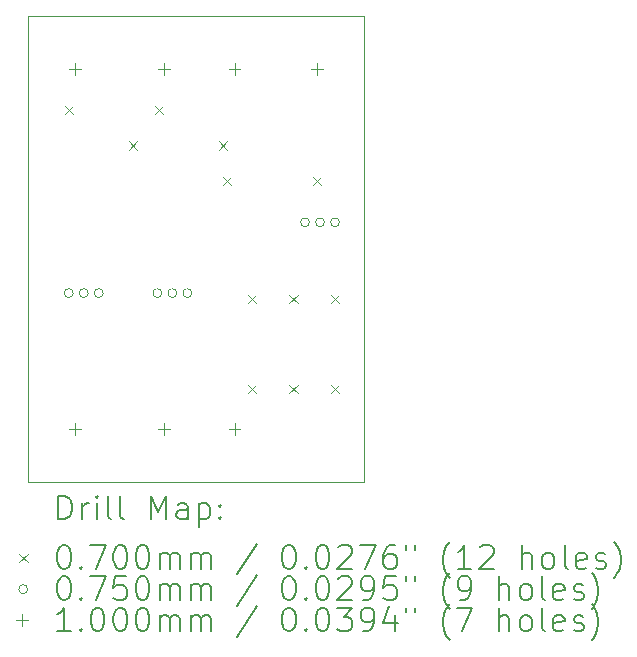
<source format=gbr>
%TF.GenerationSoftware,KiCad,Pcbnew,8.0.6*%
%TF.CreationDate,2024-11-17T15:46:40-03:00*%
%TF.ProjectId,canon+GH4,63616e6f-6e2b-4474-9834-2e6b69636164,rev?*%
%TF.SameCoordinates,Original*%
%TF.FileFunction,Drillmap*%
%TF.FilePolarity,Positive*%
%FSLAX45Y45*%
G04 Gerber Fmt 4.5, Leading zero omitted, Abs format (unit mm)*
G04 Created by KiCad (PCBNEW 8.0.6) date 2024-11-17 15:46:40*
%MOMM*%
%LPD*%
G01*
G04 APERTURE LIST*
%ADD10C,0.050000*%
%ADD11C,0.200000*%
%ADD12C,0.100000*%
G04 APERTURE END LIST*
D10*
X13200000Y-10300000D02*
X10350000Y-10300000D01*
X13200000Y-6350000D02*
X10350000Y-6350000D01*
X10350000Y-6350000D02*
X10350000Y-10300000D01*
X13200000Y-6350000D02*
X13200000Y-10300000D01*
D11*
D12*
X10665000Y-7115000D02*
X10735000Y-7185000D01*
X10735000Y-7115000D02*
X10665000Y-7185000D01*
X11203000Y-7415000D02*
X11273000Y-7485000D01*
X11273000Y-7415000D02*
X11203000Y-7485000D01*
X11427000Y-7115000D02*
X11497000Y-7185000D01*
X11497000Y-7115000D02*
X11427000Y-7185000D01*
X11965000Y-7415000D02*
X12035000Y-7485000D01*
X12035000Y-7415000D02*
X11965000Y-7485000D01*
X12003000Y-7715000D02*
X12073000Y-7785000D01*
X12073000Y-7715000D02*
X12003000Y-7785000D01*
X12215000Y-8715000D02*
X12285000Y-8785000D01*
X12285000Y-8715000D02*
X12215000Y-8785000D01*
X12215000Y-9477000D02*
X12285000Y-9547000D01*
X12285000Y-9477000D02*
X12215000Y-9547000D01*
X12565000Y-8715000D02*
X12635000Y-8785000D01*
X12635000Y-8715000D02*
X12565000Y-8785000D01*
X12565000Y-9477000D02*
X12635000Y-9547000D01*
X12635000Y-9477000D02*
X12565000Y-9547000D01*
X12765000Y-7715000D02*
X12835000Y-7785000D01*
X12835000Y-7715000D02*
X12765000Y-7785000D01*
X12915000Y-8715000D02*
X12985000Y-8785000D01*
X12985000Y-8715000D02*
X12915000Y-8785000D01*
X12915000Y-9477000D02*
X12985000Y-9547000D01*
X12985000Y-9477000D02*
X12915000Y-9547000D01*
X10733500Y-8700000D02*
G75*
G02*
X10658500Y-8700000I-37500J0D01*
G01*
X10658500Y-8700000D02*
G75*
G02*
X10733500Y-8700000I37500J0D01*
G01*
X10860500Y-8700000D02*
G75*
G02*
X10785500Y-8700000I-37500J0D01*
G01*
X10785500Y-8700000D02*
G75*
G02*
X10860500Y-8700000I37500J0D01*
G01*
X10987500Y-8700000D02*
G75*
G02*
X10912500Y-8700000I-37500J0D01*
G01*
X10912500Y-8700000D02*
G75*
G02*
X10987500Y-8700000I37500J0D01*
G01*
X11483500Y-8700000D02*
G75*
G02*
X11408500Y-8700000I-37500J0D01*
G01*
X11408500Y-8700000D02*
G75*
G02*
X11483500Y-8700000I37500J0D01*
G01*
X11610500Y-8700000D02*
G75*
G02*
X11535500Y-8700000I-37500J0D01*
G01*
X11535500Y-8700000D02*
G75*
G02*
X11610500Y-8700000I37500J0D01*
G01*
X11737500Y-8700000D02*
G75*
G02*
X11662500Y-8700000I-37500J0D01*
G01*
X11662500Y-8700000D02*
G75*
G02*
X11737500Y-8700000I37500J0D01*
G01*
X12733500Y-8100000D02*
G75*
G02*
X12658500Y-8100000I-37500J0D01*
G01*
X12658500Y-8100000D02*
G75*
G02*
X12733500Y-8100000I37500J0D01*
G01*
X12860500Y-8100000D02*
G75*
G02*
X12785500Y-8100000I-37500J0D01*
G01*
X12785500Y-8100000D02*
G75*
G02*
X12860500Y-8100000I37500J0D01*
G01*
X12987500Y-8100000D02*
G75*
G02*
X12912500Y-8100000I-37500J0D01*
G01*
X12912500Y-8100000D02*
G75*
G02*
X12987500Y-8100000I37500J0D01*
G01*
X10750000Y-6750000D02*
X10750000Y-6850000D01*
X10700000Y-6800000D02*
X10800000Y-6800000D01*
X10750000Y-9800000D02*
X10750000Y-9900000D01*
X10700000Y-9850000D02*
X10800000Y-9850000D01*
X11500000Y-6750000D02*
X11500000Y-6850000D01*
X11450000Y-6800000D02*
X11550000Y-6800000D01*
X11500000Y-9800000D02*
X11500000Y-9900000D01*
X11450000Y-9850000D02*
X11550000Y-9850000D01*
X12100000Y-6750000D02*
X12100000Y-6850000D01*
X12050000Y-6800000D02*
X12150000Y-6800000D01*
X12100000Y-9800000D02*
X12100000Y-9900000D01*
X12050000Y-9850000D02*
X12150000Y-9850000D01*
X12800000Y-6750000D02*
X12800000Y-6850000D01*
X12750000Y-6800000D02*
X12850000Y-6800000D01*
D11*
X10608277Y-10613984D02*
X10608277Y-10413984D01*
X10608277Y-10413984D02*
X10655896Y-10413984D01*
X10655896Y-10413984D02*
X10684467Y-10423508D01*
X10684467Y-10423508D02*
X10703515Y-10442555D01*
X10703515Y-10442555D02*
X10713039Y-10461603D01*
X10713039Y-10461603D02*
X10722563Y-10499698D01*
X10722563Y-10499698D02*
X10722563Y-10528270D01*
X10722563Y-10528270D02*
X10713039Y-10566365D01*
X10713039Y-10566365D02*
X10703515Y-10585412D01*
X10703515Y-10585412D02*
X10684467Y-10604460D01*
X10684467Y-10604460D02*
X10655896Y-10613984D01*
X10655896Y-10613984D02*
X10608277Y-10613984D01*
X10808277Y-10613984D02*
X10808277Y-10480650D01*
X10808277Y-10518746D02*
X10817801Y-10499698D01*
X10817801Y-10499698D02*
X10827324Y-10490174D01*
X10827324Y-10490174D02*
X10846372Y-10480650D01*
X10846372Y-10480650D02*
X10865420Y-10480650D01*
X10932086Y-10613984D02*
X10932086Y-10480650D01*
X10932086Y-10413984D02*
X10922563Y-10423508D01*
X10922563Y-10423508D02*
X10932086Y-10433031D01*
X10932086Y-10433031D02*
X10941610Y-10423508D01*
X10941610Y-10423508D02*
X10932086Y-10413984D01*
X10932086Y-10413984D02*
X10932086Y-10433031D01*
X11055896Y-10613984D02*
X11036848Y-10604460D01*
X11036848Y-10604460D02*
X11027324Y-10585412D01*
X11027324Y-10585412D02*
X11027324Y-10413984D01*
X11160658Y-10613984D02*
X11141610Y-10604460D01*
X11141610Y-10604460D02*
X11132086Y-10585412D01*
X11132086Y-10585412D02*
X11132086Y-10413984D01*
X11389229Y-10613984D02*
X11389229Y-10413984D01*
X11389229Y-10413984D02*
X11455896Y-10556841D01*
X11455896Y-10556841D02*
X11522562Y-10413984D01*
X11522562Y-10413984D02*
X11522562Y-10613984D01*
X11703515Y-10613984D02*
X11703515Y-10509222D01*
X11703515Y-10509222D02*
X11693991Y-10490174D01*
X11693991Y-10490174D02*
X11674943Y-10480650D01*
X11674943Y-10480650D02*
X11636848Y-10480650D01*
X11636848Y-10480650D02*
X11617801Y-10490174D01*
X11703515Y-10604460D02*
X11684467Y-10613984D01*
X11684467Y-10613984D02*
X11636848Y-10613984D01*
X11636848Y-10613984D02*
X11617801Y-10604460D01*
X11617801Y-10604460D02*
X11608277Y-10585412D01*
X11608277Y-10585412D02*
X11608277Y-10566365D01*
X11608277Y-10566365D02*
X11617801Y-10547317D01*
X11617801Y-10547317D02*
X11636848Y-10537793D01*
X11636848Y-10537793D02*
X11684467Y-10537793D01*
X11684467Y-10537793D02*
X11703515Y-10528270D01*
X11798753Y-10480650D02*
X11798753Y-10680650D01*
X11798753Y-10490174D02*
X11817801Y-10480650D01*
X11817801Y-10480650D02*
X11855896Y-10480650D01*
X11855896Y-10480650D02*
X11874943Y-10490174D01*
X11874943Y-10490174D02*
X11884467Y-10499698D01*
X11884467Y-10499698D02*
X11893991Y-10518746D01*
X11893991Y-10518746D02*
X11893991Y-10575889D01*
X11893991Y-10575889D02*
X11884467Y-10594936D01*
X11884467Y-10594936D02*
X11874943Y-10604460D01*
X11874943Y-10604460D02*
X11855896Y-10613984D01*
X11855896Y-10613984D02*
X11817801Y-10613984D01*
X11817801Y-10613984D02*
X11798753Y-10604460D01*
X11979705Y-10594936D02*
X11989229Y-10604460D01*
X11989229Y-10604460D02*
X11979705Y-10613984D01*
X11979705Y-10613984D02*
X11970182Y-10604460D01*
X11970182Y-10604460D02*
X11979705Y-10594936D01*
X11979705Y-10594936D02*
X11979705Y-10613984D01*
X11979705Y-10490174D02*
X11989229Y-10499698D01*
X11989229Y-10499698D02*
X11979705Y-10509222D01*
X11979705Y-10509222D02*
X11970182Y-10499698D01*
X11970182Y-10499698D02*
X11979705Y-10490174D01*
X11979705Y-10490174D02*
X11979705Y-10509222D01*
D12*
X10277500Y-10907500D02*
X10347500Y-10977500D01*
X10347500Y-10907500D02*
X10277500Y-10977500D01*
D11*
X10646372Y-10833984D02*
X10665420Y-10833984D01*
X10665420Y-10833984D02*
X10684467Y-10843508D01*
X10684467Y-10843508D02*
X10693991Y-10853031D01*
X10693991Y-10853031D02*
X10703515Y-10872079D01*
X10703515Y-10872079D02*
X10713039Y-10910174D01*
X10713039Y-10910174D02*
X10713039Y-10957793D01*
X10713039Y-10957793D02*
X10703515Y-10995889D01*
X10703515Y-10995889D02*
X10693991Y-11014936D01*
X10693991Y-11014936D02*
X10684467Y-11024460D01*
X10684467Y-11024460D02*
X10665420Y-11033984D01*
X10665420Y-11033984D02*
X10646372Y-11033984D01*
X10646372Y-11033984D02*
X10627324Y-11024460D01*
X10627324Y-11024460D02*
X10617801Y-11014936D01*
X10617801Y-11014936D02*
X10608277Y-10995889D01*
X10608277Y-10995889D02*
X10598753Y-10957793D01*
X10598753Y-10957793D02*
X10598753Y-10910174D01*
X10598753Y-10910174D02*
X10608277Y-10872079D01*
X10608277Y-10872079D02*
X10617801Y-10853031D01*
X10617801Y-10853031D02*
X10627324Y-10843508D01*
X10627324Y-10843508D02*
X10646372Y-10833984D01*
X10798753Y-11014936D02*
X10808277Y-11024460D01*
X10808277Y-11024460D02*
X10798753Y-11033984D01*
X10798753Y-11033984D02*
X10789229Y-11024460D01*
X10789229Y-11024460D02*
X10798753Y-11014936D01*
X10798753Y-11014936D02*
X10798753Y-11033984D01*
X10874944Y-10833984D02*
X11008277Y-10833984D01*
X11008277Y-10833984D02*
X10922563Y-11033984D01*
X11122563Y-10833984D02*
X11141610Y-10833984D01*
X11141610Y-10833984D02*
X11160658Y-10843508D01*
X11160658Y-10843508D02*
X11170182Y-10853031D01*
X11170182Y-10853031D02*
X11179705Y-10872079D01*
X11179705Y-10872079D02*
X11189229Y-10910174D01*
X11189229Y-10910174D02*
X11189229Y-10957793D01*
X11189229Y-10957793D02*
X11179705Y-10995889D01*
X11179705Y-10995889D02*
X11170182Y-11014936D01*
X11170182Y-11014936D02*
X11160658Y-11024460D01*
X11160658Y-11024460D02*
X11141610Y-11033984D01*
X11141610Y-11033984D02*
X11122563Y-11033984D01*
X11122563Y-11033984D02*
X11103515Y-11024460D01*
X11103515Y-11024460D02*
X11093991Y-11014936D01*
X11093991Y-11014936D02*
X11084467Y-10995889D01*
X11084467Y-10995889D02*
X11074944Y-10957793D01*
X11074944Y-10957793D02*
X11074944Y-10910174D01*
X11074944Y-10910174D02*
X11084467Y-10872079D01*
X11084467Y-10872079D02*
X11093991Y-10853031D01*
X11093991Y-10853031D02*
X11103515Y-10843508D01*
X11103515Y-10843508D02*
X11122563Y-10833984D01*
X11313039Y-10833984D02*
X11332086Y-10833984D01*
X11332086Y-10833984D02*
X11351134Y-10843508D01*
X11351134Y-10843508D02*
X11360658Y-10853031D01*
X11360658Y-10853031D02*
X11370182Y-10872079D01*
X11370182Y-10872079D02*
X11379705Y-10910174D01*
X11379705Y-10910174D02*
X11379705Y-10957793D01*
X11379705Y-10957793D02*
X11370182Y-10995889D01*
X11370182Y-10995889D02*
X11360658Y-11014936D01*
X11360658Y-11014936D02*
X11351134Y-11024460D01*
X11351134Y-11024460D02*
X11332086Y-11033984D01*
X11332086Y-11033984D02*
X11313039Y-11033984D01*
X11313039Y-11033984D02*
X11293991Y-11024460D01*
X11293991Y-11024460D02*
X11284467Y-11014936D01*
X11284467Y-11014936D02*
X11274943Y-10995889D01*
X11274943Y-10995889D02*
X11265420Y-10957793D01*
X11265420Y-10957793D02*
X11265420Y-10910174D01*
X11265420Y-10910174D02*
X11274943Y-10872079D01*
X11274943Y-10872079D02*
X11284467Y-10853031D01*
X11284467Y-10853031D02*
X11293991Y-10843508D01*
X11293991Y-10843508D02*
X11313039Y-10833984D01*
X11465420Y-11033984D02*
X11465420Y-10900650D01*
X11465420Y-10919698D02*
X11474943Y-10910174D01*
X11474943Y-10910174D02*
X11493991Y-10900650D01*
X11493991Y-10900650D02*
X11522563Y-10900650D01*
X11522563Y-10900650D02*
X11541610Y-10910174D01*
X11541610Y-10910174D02*
X11551134Y-10929222D01*
X11551134Y-10929222D02*
X11551134Y-11033984D01*
X11551134Y-10929222D02*
X11560658Y-10910174D01*
X11560658Y-10910174D02*
X11579705Y-10900650D01*
X11579705Y-10900650D02*
X11608277Y-10900650D01*
X11608277Y-10900650D02*
X11627324Y-10910174D01*
X11627324Y-10910174D02*
X11636848Y-10929222D01*
X11636848Y-10929222D02*
X11636848Y-11033984D01*
X11732086Y-11033984D02*
X11732086Y-10900650D01*
X11732086Y-10919698D02*
X11741610Y-10910174D01*
X11741610Y-10910174D02*
X11760658Y-10900650D01*
X11760658Y-10900650D02*
X11789229Y-10900650D01*
X11789229Y-10900650D02*
X11808277Y-10910174D01*
X11808277Y-10910174D02*
X11817801Y-10929222D01*
X11817801Y-10929222D02*
X11817801Y-11033984D01*
X11817801Y-10929222D02*
X11827324Y-10910174D01*
X11827324Y-10910174D02*
X11846372Y-10900650D01*
X11846372Y-10900650D02*
X11874943Y-10900650D01*
X11874943Y-10900650D02*
X11893991Y-10910174D01*
X11893991Y-10910174D02*
X11903515Y-10929222D01*
X11903515Y-10929222D02*
X11903515Y-11033984D01*
X12293991Y-10824460D02*
X12122563Y-11081603D01*
X12551134Y-10833984D02*
X12570182Y-10833984D01*
X12570182Y-10833984D02*
X12589229Y-10843508D01*
X12589229Y-10843508D02*
X12598753Y-10853031D01*
X12598753Y-10853031D02*
X12608277Y-10872079D01*
X12608277Y-10872079D02*
X12617801Y-10910174D01*
X12617801Y-10910174D02*
X12617801Y-10957793D01*
X12617801Y-10957793D02*
X12608277Y-10995889D01*
X12608277Y-10995889D02*
X12598753Y-11014936D01*
X12598753Y-11014936D02*
X12589229Y-11024460D01*
X12589229Y-11024460D02*
X12570182Y-11033984D01*
X12570182Y-11033984D02*
X12551134Y-11033984D01*
X12551134Y-11033984D02*
X12532086Y-11024460D01*
X12532086Y-11024460D02*
X12522563Y-11014936D01*
X12522563Y-11014936D02*
X12513039Y-10995889D01*
X12513039Y-10995889D02*
X12503515Y-10957793D01*
X12503515Y-10957793D02*
X12503515Y-10910174D01*
X12503515Y-10910174D02*
X12513039Y-10872079D01*
X12513039Y-10872079D02*
X12522563Y-10853031D01*
X12522563Y-10853031D02*
X12532086Y-10843508D01*
X12532086Y-10843508D02*
X12551134Y-10833984D01*
X12703515Y-11014936D02*
X12713039Y-11024460D01*
X12713039Y-11024460D02*
X12703515Y-11033984D01*
X12703515Y-11033984D02*
X12693991Y-11024460D01*
X12693991Y-11024460D02*
X12703515Y-11014936D01*
X12703515Y-11014936D02*
X12703515Y-11033984D01*
X12836848Y-10833984D02*
X12855896Y-10833984D01*
X12855896Y-10833984D02*
X12874944Y-10843508D01*
X12874944Y-10843508D02*
X12884467Y-10853031D01*
X12884467Y-10853031D02*
X12893991Y-10872079D01*
X12893991Y-10872079D02*
X12903515Y-10910174D01*
X12903515Y-10910174D02*
X12903515Y-10957793D01*
X12903515Y-10957793D02*
X12893991Y-10995889D01*
X12893991Y-10995889D02*
X12884467Y-11014936D01*
X12884467Y-11014936D02*
X12874944Y-11024460D01*
X12874944Y-11024460D02*
X12855896Y-11033984D01*
X12855896Y-11033984D02*
X12836848Y-11033984D01*
X12836848Y-11033984D02*
X12817801Y-11024460D01*
X12817801Y-11024460D02*
X12808277Y-11014936D01*
X12808277Y-11014936D02*
X12798753Y-10995889D01*
X12798753Y-10995889D02*
X12789229Y-10957793D01*
X12789229Y-10957793D02*
X12789229Y-10910174D01*
X12789229Y-10910174D02*
X12798753Y-10872079D01*
X12798753Y-10872079D02*
X12808277Y-10853031D01*
X12808277Y-10853031D02*
X12817801Y-10843508D01*
X12817801Y-10843508D02*
X12836848Y-10833984D01*
X12979706Y-10853031D02*
X12989229Y-10843508D01*
X12989229Y-10843508D02*
X13008277Y-10833984D01*
X13008277Y-10833984D02*
X13055896Y-10833984D01*
X13055896Y-10833984D02*
X13074944Y-10843508D01*
X13074944Y-10843508D02*
X13084467Y-10853031D01*
X13084467Y-10853031D02*
X13093991Y-10872079D01*
X13093991Y-10872079D02*
X13093991Y-10891127D01*
X13093991Y-10891127D02*
X13084467Y-10919698D01*
X13084467Y-10919698D02*
X12970182Y-11033984D01*
X12970182Y-11033984D02*
X13093991Y-11033984D01*
X13160658Y-10833984D02*
X13293991Y-10833984D01*
X13293991Y-10833984D02*
X13208277Y-11033984D01*
X13455896Y-10833984D02*
X13417801Y-10833984D01*
X13417801Y-10833984D02*
X13398753Y-10843508D01*
X13398753Y-10843508D02*
X13389229Y-10853031D01*
X13389229Y-10853031D02*
X13370182Y-10881603D01*
X13370182Y-10881603D02*
X13360658Y-10919698D01*
X13360658Y-10919698D02*
X13360658Y-10995889D01*
X13360658Y-10995889D02*
X13370182Y-11014936D01*
X13370182Y-11014936D02*
X13379706Y-11024460D01*
X13379706Y-11024460D02*
X13398753Y-11033984D01*
X13398753Y-11033984D02*
X13436848Y-11033984D01*
X13436848Y-11033984D02*
X13455896Y-11024460D01*
X13455896Y-11024460D02*
X13465420Y-11014936D01*
X13465420Y-11014936D02*
X13474944Y-10995889D01*
X13474944Y-10995889D02*
X13474944Y-10948270D01*
X13474944Y-10948270D02*
X13465420Y-10929222D01*
X13465420Y-10929222D02*
X13455896Y-10919698D01*
X13455896Y-10919698D02*
X13436848Y-10910174D01*
X13436848Y-10910174D02*
X13398753Y-10910174D01*
X13398753Y-10910174D02*
X13379706Y-10919698D01*
X13379706Y-10919698D02*
X13370182Y-10929222D01*
X13370182Y-10929222D02*
X13360658Y-10948270D01*
X13551134Y-10833984D02*
X13551134Y-10872079D01*
X13627325Y-10833984D02*
X13627325Y-10872079D01*
X13922563Y-11110174D02*
X13913039Y-11100650D01*
X13913039Y-11100650D02*
X13893991Y-11072079D01*
X13893991Y-11072079D02*
X13884468Y-11053031D01*
X13884468Y-11053031D02*
X13874944Y-11024460D01*
X13874944Y-11024460D02*
X13865420Y-10976841D01*
X13865420Y-10976841D02*
X13865420Y-10938746D01*
X13865420Y-10938746D02*
X13874944Y-10891127D01*
X13874944Y-10891127D02*
X13884468Y-10862555D01*
X13884468Y-10862555D02*
X13893991Y-10843508D01*
X13893991Y-10843508D02*
X13913039Y-10814936D01*
X13913039Y-10814936D02*
X13922563Y-10805412D01*
X14103515Y-11033984D02*
X13989229Y-11033984D01*
X14046372Y-11033984D02*
X14046372Y-10833984D01*
X14046372Y-10833984D02*
X14027325Y-10862555D01*
X14027325Y-10862555D02*
X14008277Y-10881603D01*
X14008277Y-10881603D02*
X13989229Y-10891127D01*
X14179706Y-10853031D02*
X14189229Y-10843508D01*
X14189229Y-10843508D02*
X14208277Y-10833984D01*
X14208277Y-10833984D02*
X14255896Y-10833984D01*
X14255896Y-10833984D02*
X14274944Y-10843508D01*
X14274944Y-10843508D02*
X14284468Y-10853031D01*
X14284468Y-10853031D02*
X14293991Y-10872079D01*
X14293991Y-10872079D02*
X14293991Y-10891127D01*
X14293991Y-10891127D02*
X14284468Y-10919698D01*
X14284468Y-10919698D02*
X14170182Y-11033984D01*
X14170182Y-11033984D02*
X14293991Y-11033984D01*
X14532087Y-11033984D02*
X14532087Y-10833984D01*
X14617801Y-11033984D02*
X14617801Y-10929222D01*
X14617801Y-10929222D02*
X14608277Y-10910174D01*
X14608277Y-10910174D02*
X14589230Y-10900650D01*
X14589230Y-10900650D02*
X14560658Y-10900650D01*
X14560658Y-10900650D02*
X14541610Y-10910174D01*
X14541610Y-10910174D02*
X14532087Y-10919698D01*
X14741610Y-11033984D02*
X14722563Y-11024460D01*
X14722563Y-11024460D02*
X14713039Y-11014936D01*
X14713039Y-11014936D02*
X14703515Y-10995889D01*
X14703515Y-10995889D02*
X14703515Y-10938746D01*
X14703515Y-10938746D02*
X14713039Y-10919698D01*
X14713039Y-10919698D02*
X14722563Y-10910174D01*
X14722563Y-10910174D02*
X14741610Y-10900650D01*
X14741610Y-10900650D02*
X14770182Y-10900650D01*
X14770182Y-10900650D02*
X14789230Y-10910174D01*
X14789230Y-10910174D02*
X14798753Y-10919698D01*
X14798753Y-10919698D02*
X14808277Y-10938746D01*
X14808277Y-10938746D02*
X14808277Y-10995889D01*
X14808277Y-10995889D02*
X14798753Y-11014936D01*
X14798753Y-11014936D02*
X14789230Y-11024460D01*
X14789230Y-11024460D02*
X14770182Y-11033984D01*
X14770182Y-11033984D02*
X14741610Y-11033984D01*
X14922563Y-11033984D02*
X14903515Y-11024460D01*
X14903515Y-11024460D02*
X14893991Y-11005412D01*
X14893991Y-11005412D02*
X14893991Y-10833984D01*
X15074944Y-11024460D02*
X15055896Y-11033984D01*
X15055896Y-11033984D02*
X15017801Y-11033984D01*
X15017801Y-11033984D02*
X14998753Y-11024460D01*
X14998753Y-11024460D02*
X14989230Y-11005412D01*
X14989230Y-11005412D02*
X14989230Y-10929222D01*
X14989230Y-10929222D02*
X14998753Y-10910174D01*
X14998753Y-10910174D02*
X15017801Y-10900650D01*
X15017801Y-10900650D02*
X15055896Y-10900650D01*
X15055896Y-10900650D02*
X15074944Y-10910174D01*
X15074944Y-10910174D02*
X15084468Y-10929222D01*
X15084468Y-10929222D02*
X15084468Y-10948270D01*
X15084468Y-10948270D02*
X14989230Y-10967317D01*
X15160658Y-11024460D02*
X15179706Y-11033984D01*
X15179706Y-11033984D02*
X15217801Y-11033984D01*
X15217801Y-11033984D02*
X15236849Y-11024460D01*
X15236849Y-11024460D02*
X15246372Y-11005412D01*
X15246372Y-11005412D02*
X15246372Y-10995889D01*
X15246372Y-10995889D02*
X15236849Y-10976841D01*
X15236849Y-10976841D02*
X15217801Y-10967317D01*
X15217801Y-10967317D02*
X15189230Y-10967317D01*
X15189230Y-10967317D02*
X15170182Y-10957793D01*
X15170182Y-10957793D02*
X15160658Y-10938746D01*
X15160658Y-10938746D02*
X15160658Y-10929222D01*
X15160658Y-10929222D02*
X15170182Y-10910174D01*
X15170182Y-10910174D02*
X15189230Y-10900650D01*
X15189230Y-10900650D02*
X15217801Y-10900650D01*
X15217801Y-10900650D02*
X15236849Y-10910174D01*
X15313039Y-11110174D02*
X15322563Y-11100650D01*
X15322563Y-11100650D02*
X15341611Y-11072079D01*
X15341611Y-11072079D02*
X15351134Y-11053031D01*
X15351134Y-11053031D02*
X15360658Y-11024460D01*
X15360658Y-11024460D02*
X15370182Y-10976841D01*
X15370182Y-10976841D02*
X15370182Y-10938746D01*
X15370182Y-10938746D02*
X15360658Y-10891127D01*
X15360658Y-10891127D02*
X15351134Y-10862555D01*
X15351134Y-10862555D02*
X15341611Y-10843508D01*
X15341611Y-10843508D02*
X15322563Y-10814936D01*
X15322563Y-10814936D02*
X15313039Y-10805412D01*
D12*
X10347500Y-11206500D02*
G75*
G02*
X10272500Y-11206500I-37500J0D01*
G01*
X10272500Y-11206500D02*
G75*
G02*
X10347500Y-11206500I37500J0D01*
G01*
D11*
X10646372Y-11097984D02*
X10665420Y-11097984D01*
X10665420Y-11097984D02*
X10684467Y-11107508D01*
X10684467Y-11107508D02*
X10693991Y-11117031D01*
X10693991Y-11117031D02*
X10703515Y-11136079D01*
X10703515Y-11136079D02*
X10713039Y-11174174D01*
X10713039Y-11174174D02*
X10713039Y-11221793D01*
X10713039Y-11221793D02*
X10703515Y-11259888D01*
X10703515Y-11259888D02*
X10693991Y-11278936D01*
X10693991Y-11278936D02*
X10684467Y-11288460D01*
X10684467Y-11288460D02*
X10665420Y-11297984D01*
X10665420Y-11297984D02*
X10646372Y-11297984D01*
X10646372Y-11297984D02*
X10627324Y-11288460D01*
X10627324Y-11288460D02*
X10617801Y-11278936D01*
X10617801Y-11278936D02*
X10608277Y-11259888D01*
X10608277Y-11259888D02*
X10598753Y-11221793D01*
X10598753Y-11221793D02*
X10598753Y-11174174D01*
X10598753Y-11174174D02*
X10608277Y-11136079D01*
X10608277Y-11136079D02*
X10617801Y-11117031D01*
X10617801Y-11117031D02*
X10627324Y-11107508D01*
X10627324Y-11107508D02*
X10646372Y-11097984D01*
X10798753Y-11278936D02*
X10808277Y-11288460D01*
X10808277Y-11288460D02*
X10798753Y-11297984D01*
X10798753Y-11297984D02*
X10789229Y-11288460D01*
X10789229Y-11288460D02*
X10798753Y-11278936D01*
X10798753Y-11278936D02*
X10798753Y-11297984D01*
X10874944Y-11097984D02*
X11008277Y-11097984D01*
X11008277Y-11097984D02*
X10922563Y-11297984D01*
X11179705Y-11097984D02*
X11084467Y-11097984D01*
X11084467Y-11097984D02*
X11074944Y-11193222D01*
X11074944Y-11193222D02*
X11084467Y-11183698D01*
X11084467Y-11183698D02*
X11103515Y-11174174D01*
X11103515Y-11174174D02*
X11151134Y-11174174D01*
X11151134Y-11174174D02*
X11170182Y-11183698D01*
X11170182Y-11183698D02*
X11179705Y-11193222D01*
X11179705Y-11193222D02*
X11189229Y-11212269D01*
X11189229Y-11212269D02*
X11189229Y-11259888D01*
X11189229Y-11259888D02*
X11179705Y-11278936D01*
X11179705Y-11278936D02*
X11170182Y-11288460D01*
X11170182Y-11288460D02*
X11151134Y-11297984D01*
X11151134Y-11297984D02*
X11103515Y-11297984D01*
X11103515Y-11297984D02*
X11084467Y-11288460D01*
X11084467Y-11288460D02*
X11074944Y-11278936D01*
X11313039Y-11097984D02*
X11332086Y-11097984D01*
X11332086Y-11097984D02*
X11351134Y-11107508D01*
X11351134Y-11107508D02*
X11360658Y-11117031D01*
X11360658Y-11117031D02*
X11370182Y-11136079D01*
X11370182Y-11136079D02*
X11379705Y-11174174D01*
X11379705Y-11174174D02*
X11379705Y-11221793D01*
X11379705Y-11221793D02*
X11370182Y-11259888D01*
X11370182Y-11259888D02*
X11360658Y-11278936D01*
X11360658Y-11278936D02*
X11351134Y-11288460D01*
X11351134Y-11288460D02*
X11332086Y-11297984D01*
X11332086Y-11297984D02*
X11313039Y-11297984D01*
X11313039Y-11297984D02*
X11293991Y-11288460D01*
X11293991Y-11288460D02*
X11284467Y-11278936D01*
X11284467Y-11278936D02*
X11274943Y-11259888D01*
X11274943Y-11259888D02*
X11265420Y-11221793D01*
X11265420Y-11221793D02*
X11265420Y-11174174D01*
X11265420Y-11174174D02*
X11274943Y-11136079D01*
X11274943Y-11136079D02*
X11284467Y-11117031D01*
X11284467Y-11117031D02*
X11293991Y-11107508D01*
X11293991Y-11107508D02*
X11313039Y-11097984D01*
X11465420Y-11297984D02*
X11465420Y-11164650D01*
X11465420Y-11183698D02*
X11474943Y-11174174D01*
X11474943Y-11174174D02*
X11493991Y-11164650D01*
X11493991Y-11164650D02*
X11522563Y-11164650D01*
X11522563Y-11164650D02*
X11541610Y-11174174D01*
X11541610Y-11174174D02*
X11551134Y-11193222D01*
X11551134Y-11193222D02*
X11551134Y-11297984D01*
X11551134Y-11193222D02*
X11560658Y-11174174D01*
X11560658Y-11174174D02*
X11579705Y-11164650D01*
X11579705Y-11164650D02*
X11608277Y-11164650D01*
X11608277Y-11164650D02*
X11627324Y-11174174D01*
X11627324Y-11174174D02*
X11636848Y-11193222D01*
X11636848Y-11193222D02*
X11636848Y-11297984D01*
X11732086Y-11297984D02*
X11732086Y-11164650D01*
X11732086Y-11183698D02*
X11741610Y-11174174D01*
X11741610Y-11174174D02*
X11760658Y-11164650D01*
X11760658Y-11164650D02*
X11789229Y-11164650D01*
X11789229Y-11164650D02*
X11808277Y-11174174D01*
X11808277Y-11174174D02*
X11817801Y-11193222D01*
X11817801Y-11193222D02*
X11817801Y-11297984D01*
X11817801Y-11193222D02*
X11827324Y-11174174D01*
X11827324Y-11174174D02*
X11846372Y-11164650D01*
X11846372Y-11164650D02*
X11874943Y-11164650D01*
X11874943Y-11164650D02*
X11893991Y-11174174D01*
X11893991Y-11174174D02*
X11903515Y-11193222D01*
X11903515Y-11193222D02*
X11903515Y-11297984D01*
X12293991Y-11088460D02*
X12122563Y-11345603D01*
X12551134Y-11097984D02*
X12570182Y-11097984D01*
X12570182Y-11097984D02*
X12589229Y-11107508D01*
X12589229Y-11107508D02*
X12598753Y-11117031D01*
X12598753Y-11117031D02*
X12608277Y-11136079D01*
X12608277Y-11136079D02*
X12617801Y-11174174D01*
X12617801Y-11174174D02*
X12617801Y-11221793D01*
X12617801Y-11221793D02*
X12608277Y-11259888D01*
X12608277Y-11259888D02*
X12598753Y-11278936D01*
X12598753Y-11278936D02*
X12589229Y-11288460D01*
X12589229Y-11288460D02*
X12570182Y-11297984D01*
X12570182Y-11297984D02*
X12551134Y-11297984D01*
X12551134Y-11297984D02*
X12532086Y-11288460D01*
X12532086Y-11288460D02*
X12522563Y-11278936D01*
X12522563Y-11278936D02*
X12513039Y-11259888D01*
X12513039Y-11259888D02*
X12503515Y-11221793D01*
X12503515Y-11221793D02*
X12503515Y-11174174D01*
X12503515Y-11174174D02*
X12513039Y-11136079D01*
X12513039Y-11136079D02*
X12522563Y-11117031D01*
X12522563Y-11117031D02*
X12532086Y-11107508D01*
X12532086Y-11107508D02*
X12551134Y-11097984D01*
X12703515Y-11278936D02*
X12713039Y-11288460D01*
X12713039Y-11288460D02*
X12703515Y-11297984D01*
X12703515Y-11297984D02*
X12693991Y-11288460D01*
X12693991Y-11288460D02*
X12703515Y-11278936D01*
X12703515Y-11278936D02*
X12703515Y-11297984D01*
X12836848Y-11097984D02*
X12855896Y-11097984D01*
X12855896Y-11097984D02*
X12874944Y-11107508D01*
X12874944Y-11107508D02*
X12884467Y-11117031D01*
X12884467Y-11117031D02*
X12893991Y-11136079D01*
X12893991Y-11136079D02*
X12903515Y-11174174D01*
X12903515Y-11174174D02*
X12903515Y-11221793D01*
X12903515Y-11221793D02*
X12893991Y-11259888D01*
X12893991Y-11259888D02*
X12884467Y-11278936D01*
X12884467Y-11278936D02*
X12874944Y-11288460D01*
X12874944Y-11288460D02*
X12855896Y-11297984D01*
X12855896Y-11297984D02*
X12836848Y-11297984D01*
X12836848Y-11297984D02*
X12817801Y-11288460D01*
X12817801Y-11288460D02*
X12808277Y-11278936D01*
X12808277Y-11278936D02*
X12798753Y-11259888D01*
X12798753Y-11259888D02*
X12789229Y-11221793D01*
X12789229Y-11221793D02*
X12789229Y-11174174D01*
X12789229Y-11174174D02*
X12798753Y-11136079D01*
X12798753Y-11136079D02*
X12808277Y-11117031D01*
X12808277Y-11117031D02*
X12817801Y-11107508D01*
X12817801Y-11107508D02*
X12836848Y-11097984D01*
X12979706Y-11117031D02*
X12989229Y-11107508D01*
X12989229Y-11107508D02*
X13008277Y-11097984D01*
X13008277Y-11097984D02*
X13055896Y-11097984D01*
X13055896Y-11097984D02*
X13074944Y-11107508D01*
X13074944Y-11107508D02*
X13084467Y-11117031D01*
X13084467Y-11117031D02*
X13093991Y-11136079D01*
X13093991Y-11136079D02*
X13093991Y-11155127D01*
X13093991Y-11155127D02*
X13084467Y-11183698D01*
X13084467Y-11183698D02*
X12970182Y-11297984D01*
X12970182Y-11297984D02*
X13093991Y-11297984D01*
X13189229Y-11297984D02*
X13227325Y-11297984D01*
X13227325Y-11297984D02*
X13246372Y-11288460D01*
X13246372Y-11288460D02*
X13255896Y-11278936D01*
X13255896Y-11278936D02*
X13274944Y-11250365D01*
X13274944Y-11250365D02*
X13284467Y-11212269D01*
X13284467Y-11212269D02*
X13284467Y-11136079D01*
X13284467Y-11136079D02*
X13274944Y-11117031D01*
X13274944Y-11117031D02*
X13265420Y-11107508D01*
X13265420Y-11107508D02*
X13246372Y-11097984D01*
X13246372Y-11097984D02*
X13208277Y-11097984D01*
X13208277Y-11097984D02*
X13189229Y-11107508D01*
X13189229Y-11107508D02*
X13179706Y-11117031D01*
X13179706Y-11117031D02*
X13170182Y-11136079D01*
X13170182Y-11136079D02*
X13170182Y-11183698D01*
X13170182Y-11183698D02*
X13179706Y-11202746D01*
X13179706Y-11202746D02*
X13189229Y-11212269D01*
X13189229Y-11212269D02*
X13208277Y-11221793D01*
X13208277Y-11221793D02*
X13246372Y-11221793D01*
X13246372Y-11221793D02*
X13265420Y-11212269D01*
X13265420Y-11212269D02*
X13274944Y-11202746D01*
X13274944Y-11202746D02*
X13284467Y-11183698D01*
X13465420Y-11097984D02*
X13370182Y-11097984D01*
X13370182Y-11097984D02*
X13360658Y-11193222D01*
X13360658Y-11193222D02*
X13370182Y-11183698D01*
X13370182Y-11183698D02*
X13389229Y-11174174D01*
X13389229Y-11174174D02*
X13436848Y-11174174D01*
X13436848Y-11174174D02*
X13455896Y-11183698D01*
X13455896Y-11183698D02*
X13465420Y-11193222D01*
X13465420Y-11193222D02*
X13474944Y-11212269D01*
X13474944Y-11212269D02*
X13474944Y-11259888D01*
X13474944Y-11259888D02*
X13465420Y-11278936D01*
X13465420Y-11278936D02*
X13455896Y-11288460D01*
X13455896Y-11288460D02*
X13436848Y-11297984D01*
X13436848Y-11297984D02*
X13389229Y-11297984D01*
X13389229Y-11297984D02*
X13370182Y-11288460D01*
X13370182Y-11288460D02*
X13360658Y-11278936D01*
X13551134Y-11097984D02*
X13551134Y-11136079D01*
X13627325Y-11097984D02*
X13627325Y-11136079D01*
X13922563Y-11374174D02*
X13913039Y-11364650D01*
X13913039Y-11364650D02*
X13893991Y-11336079D01*
X13893991Y-11336079D02*
X13884468Y-11317031D01*
X13884468Y-11317031D02*
X13874944Y-11288460D01*
X13874944Y-11288460D02*
X13865420Y-11240841D01*
X13865420Y-11240841D02*
X13865420Y-11202746D01*
X13865420Y-11202746D02*
X13874944Y-11155127D01*
X13874944Y-11155127D02*
X13884468Y-11126555D01*
X13884468Y-11126555D02*
X13893991Y-11107508D01*
X13893991Y-11107508D02*
X13913039Y-11078936D01*
X13913039Y-11078936D02*
X13922563Y-11069412D01*
X14008277Y-11297984D02*
X14046372Y-11297984D01*
X14046372Y-11297984D02*
X14065420Y-11288460D01*
X14065420Y-11288460D02*
X14074944Y-11278936D01*
X14074944Y-11278936D02*
X14093991Y-11250365D01*
X14093991Y-11250365D02*
X14103515Y-11212269D01*
X14103515Y-11212269D02*
X14103515Y-11136079D01*
X14103515Y-11136079D02*
X14093991Y-11117031D01*
X14093991Y-11117031D02*
X14084468Y-11107508D01*
X14084468Y-11107508D02*
X14065420Y-11097984D01*
X14065420Y-11097984D02*
X14027325Y-11097984D01*
X14027325Y-11097984D02*
X14008277Y-11107508D01*
X14008277Y-11107508D02*
X13998753Y-11117031D01*
X13998753Y-11117031D02*
X13989229Y-11136079D01*
X13989229Y-11136079D02*
X13989229Y-11183698D01*
X13989229Y-11183698D02*
X13998753Y-11202746D01*
X13998753Y-11202746D02*
X14008277Y-11212269D01*
X14008277Y-11212269D02*
X14027325Y-11221793D01*
X14027325Y-11221793D02*
X14065420Y-11221793D01*
X14065420Y-11221793D02*
X14084468Y-11212269D01*
X14084468Y-11212269D02*
X14093991Y-11202746D01*
X14093991Y-11202746D02*
X14103515Y-11183698D01*
X14341610Y-11297984D02*
X14341610Y-11097984D01*
X14427325Y-11297984D02*
X14427325Y-11193222D01*
X14427325Y-11193222D02*
X14417801Y-11174174D01*
X14417801Y-11174174D02*
X14398753Y-11164650D01*
X14398753Y-11164650D02*
X14370182Y-11164650D01*
X14370182Y-11164650D02*
X14351134Y-11174174D01*
X14351134Y-11174174D02*
X14341610Y-11183698D01*
X14551134Y-11297984D02*
X14532087Y-11288460D01*
X14532087Y-11288460D02*
X14522563Y-11278936D01*
X14522563Y-11278936D02*
X14513039Y-11259888D01*
X14513039Y-11259888D02*
X14513039Y-11202746D01*
X14513039Y-11202746D02*
X14522563Y-11183698D01*
X14522563Y-11183698D02*
X14532087Y-11174174D01*
X14532087Y-11174174D02*
X14551134Y-11164650D01*
X14551134Y-11164650D02*
X14579706Y-11164650D01*
X14579706Y-11164650D02*
X14598753Y-11174174D01*
X14598753Y-11174174D02*
X14608277Y-11183698D01*
X14608277Y-11183698D02*
X14617801Y-11202746D01*
X14617801Y-11202746D02*
X14617801Y-11259888D01*
X14617801Y-11259888D02*
X14608277Y-11278936D01*
X14608277Y-11278936D02*
X14598753Y-11288460D01*
X14598753Y-11288460D02*
X14579706Y-11297984D01*
X14579706Y-11297984D02*
X14551134Y-11297984D01*
X14732087Y-11297984D02*
X14713039Y-11288460D01*
X14713039Y-11288460D02*
X14703515Y-11269412D01*
X14703515Y-11269412D02*
X14703515Y-11097984D01*
X14884468Y-11288460D02*
X14865420Y-11297984D01*
X14865420Y-11297984D02*
X14827325Y-11297984D01*
X14827325Y-11297984D02*
X14808277Y-11288460D01*
X14808277Y-11288460D02*
X14798753Y-11269412D01*
X14798753Y-11269412D02*
X14798753Y-11193222D01*
X14798753Y-11193222D02*
X14808277Y-11174174D01*
X14808277Y-11174174D02*
X14827325Y-11164650D01*
X14827325Y-11164650D02*
X14865420Y-11164650D01*
X14865420Y-11164650D02*
X14884468Y-11174174D01*
X14884468Y-11174174D02*
X14893991Y-11193222D01*
X14893991Y-11193222D02*
X14893991Y-11212269D01*
X14893991Y-11212269D02*
X14798753Y-11231317D01*
X14970182Y-11288460D02*
X14989230Y-11297984D01*
X14989230Y-11297984D02*
X15027325Y-11297984D01*
X15027325Y-11297984D02*
X15046372Y-11288460D01*
X15046372Y-11288460D02*
X15055896Y-11269412D01*
X15055896Y-11269412D02*
X15055896Y-11259888D01*
X15055896Y-11259888D02*
X15046372Y-11240841D01*
X15046372Y-11240841D02*
X15027325Y-11231317D01*
X15027325Y-11231317D02*
X14998753Y-11231317D01*
X14998753Y-11231317D02*
X14979706Y-11221793D01*
X14979706Y-11221793D02*
X14970182Y-11202746D01*
X14970182Y-11202746D02*
X14970182Y-11193222D01*
X14970182Y-11193222D02*
X14979706Y-11174174D01*
X14979706Y-11174174D02*
X14998753Y-11164650D01*
X14998753Y-11164650D02*
X15027325Y-11164650D01*
X15027325Y-11164650D02*
X15046372Y-11174174D01*
X15122563Y-11374174D02*
X15132087Y-11364650D01*
X15132087Y-11364650D02*
X15151134Y-11336079D01*
X15151134Y-11336079D02*
X15160658Y-11317031D01*
X15160658Y-11317031D02*
X15170182Y-11288460D01*
X15170182Y-11288460D02*
X15179706Y-11240841D01*
X15179706Y-11240841D02*
X15179706Y-11202746D01*
X15179706Y-11202746D02*
X15170182Y-11155127D01*
X15170182Y-11155127D02*
X15160658Y-11126555D01*
X15160658Y-11126555D02*
X15151134Y-11107508D01*
X15151134Y-11107508D02*
X15132087Y-11078936D01*
X15132087Y-11078936D02*
X15122563Y-11069412D01*
D12*
X10297500Y-11420500D02*
X10297500Y-11520500D01*
X10247500Y-11470500D02*
X10347500Y-11470500D01*
D11*
X10713039Y-11561984D02*
X10598753Y-11561984D01*
X10655896Y-11561984D02*
X10655896Y-11361984D01*
X10655896Y-11361984D02*
X10636848Y-11390555D01*
X10636848Y-11390555D02*
X10617801Y-11409603D01*
X10617801Y-11409603D02*
X10598753Y-11419127D01*
X10798753Y-11542936D02*
X10808277Y-11552460D01*
X10808277Y-11552460D02*
X10798753Y-11561984D01*
X10798753Y-11561984D02*
X10789229Y-11552460D01*
X10789229Y-11552460D02*
X10798753Y-11542936D01*
X10798753Y-11542936D02*
X10798753Y-11561984D01*
X10932086Y-11361984D02*
X10951134Y-11361984D01*
X10951134Y-11361984D02*
X10970182Y-11371508D01*
X10970182Y-11371508D02*
X10979705Y-11381031D01*
X10979705Y-11381031D02*
X10989229Y-11400079D01*
X10989229Y-11400079D02*
X10998753Y-11438174D01*
X10998753Y-11438174D02*
X10998753Y-11485793D01*
X10998753Y-11485793D02*
X10989229Y-11523888D01*
X10989229Y-11523888D02*
X10979705Y-11542936D01*
X10979705Y-11542936D02*
X10970182Y-11552460D01*
X10970182Y-11552460D02*
X10951134Y-11561984D01*
X10951134Y-11561984D02*
X10932086Y-11561984D01*
X10932086Y-11561984D02*
X10913039Y-11552460D01*
X10913039Y-11552460D02*
X10903515Y-11542936D01*
X10903515Y-11542936D02*
X10893991Y-11523888D01*
X10893991Y-11523888D02*
X10884467Y-11485793D01*
X10884467Y-11485793D02*
X10884467Y-11438174D01*
X10884467Y-11438174D02*
X10893991Y-11400079D01*
X10893991Y-11400079D02*
X10903515Y-11381031D01*
X10903515Y-11381031D02*
X10913039Y-11371508D01*
X10913039Y-11371508D02*
X10932086Y-11361984D01*
X11122563Y-11361984D02*
X11141610Y-11361984D01*
X11141610Y-11361984D02*
X11160658Y-11371508D01*
X11160658Y-11371508D02*
X11170182Y-11381031D01*
X11170182Y-11381031D02*
X11179705Y-11400079D01*
X11179705Y-11400079D02*
X11189229Y-11438174D01*
X11189229Y-11438174D02*
X11189229Y-11485793D01*
X11189229Y-11485793D02*
X11179705Y-11523888D01*
X11179705Y-11523888D02*
X11170182Y-11542936D01*
X11170182Y-11542936D02*
X11160658Y-11552460D01*
X11160658Y-11552460D02*
X11141610Y-11561984D01*
X11141610Y-11561984D02*
X11122563Y-11561984D01*
X11122563Y-11561984D02*
X11103515Y-11552460D01*
X11103515Y-11552460D02*
X11093991Y-11542936D01*
X11093991Y-11542936D02*
X11084467Y-11523888D01*
X11084467Y-11523888D02*
X11074944Y-11485793D01*
X11074944Y-11485793D02*
X11074944Y-11438174D01*
X11074944Y-11438174D02*
X11084467Y-11400079D01*
X11084467Y-11400079D02*
X11093991Y-11381031D01*
X11093991Y-11381031D02*
X11103515Y-11371508D01*
X11103515Y-11371508D02*
X11122563Y-11361984D01*
X11313039Y-11361984D02*
X11332086Y-11361984D01*
X11332086Y-11361984D02*
X11351134Y-11371508D01*
X11351134Y-11371508D02*
X11360658Y-11381031D01*
X11360658Y-11381031D02*
X11370182Y-11400079D01*
X11370182Y-11400079D02*
X11379705Y-11438174D01*
X11379705Y-11438174D02*
X11379705Y-11485793D01*
X11379705Y-11485793D02*
X11370182Y-11523888D01*
X11370182Y-11523888D02*
X11360658Y-11542936D01*
X11360658Y-11542936D02*
X11351134Y-11552460D01*
X11351134Y-11552460D02*
X11332086Y-11561984D01*
X11332086Y-11561984D02*
X11313039Y-11561984D01*
X11313039Y-11561984D02*
X11293991Y-11552460D01*
X11293991Y-11552460D02*
X11284467Y-11542936D01*
X11284467Y-11542936D02*
X11274943Y-11523888D01*
X11274943Y-11523888D02*
X11265420Y-11485793D01*
X11265420Y-11485793D02*
X11265420Y-11438174D01*
X11265420Y-11438174D02*
X11274943Y-11400079D01*
X11274943Y-11400079D02*
X11284467Y-11381031D01*
X11284467Y-11381031D02*
X11293991Y-11371508D01*
X11293991Y-11371508D02*
X11313039Y-11361984D01*
X11465420Y-11561984D02*
X11465420Y-11428650D01*
X11465420Y-11447698D02*
X11474943Y-11438174D01*
X11474943Y-11438174D02*
X11493991Y-11428650D01*
X11493991Y-11428650D02*
X11522563Y-11428650D01*
X11522563Y-11428650D02*
X11541610Y-11438174D01*
X11541610Y-11438174D02*
X11551134Y-11457222D01*
X11551134Y-11457222D02*
X11551134Y-11561984D01*
X11551134Y-11457222D02*
X11560658Y-11438174D01*
X11560658Y-11438174D02*
X11579705Y-11428650D01*
X11579705Y-11428650D02*
X11608277Y-11428650D01*
X11608277Y-11428650D02*
X11627324Y-11438174D01*
X11627324Y-11438174D02*
X11636848Y-11457222D01*
X11636848Y-11457222D02*
X11636848Y-11561984D01*
X11732086Y-11561984D02*
X11732086Y-11428650D01*
X11732086Y-11447698D02*
X11741610Y-11438174D01*
X11741610Y-11438174D02*
X11760658Y-11428650D01*
X11760658Y-11428650D02*
X11789229Y-11428650D01*
X11789229Y-11428650D02*
X11808277Y-11438174D01*
X11808277Y-11438174D02*
X11817801Y-11457222D01*
X11817801Y-11457222D02*
X11817801Y-11561984D01*
X11817801Y-11457222D02*
X11827324Y-11438174D01*
X11827324Y-11438174D02*
X11846372Y-11428650D01*
X11846372Y-11428650D02*
X11874943Y-11428650D01*
X11874943Y-11428650D02*
X11893991Y-11438174D01*
X11893991Y-11438174D02*
X11903515Y-11457222D01*
X11903515Y-11457222D02*
X11903515Y-11561984D01*
X12293991Y-11352460D02*
X12122563Y-11609603D01*
X12551134Y-11361984D02*
X12570182Y-11361984D01*
X12570182Y-11361984D02*
X12589229Y-11371508D01*
X12589229Y-11371508D02*
X12598753Y-11381031D01*
X12598753Y-11381031D02*
X12608277Y-11400079D01*
X12608277Y-11400079D02*
X12617801Y-11438174D01*
X12617801Y-11438174D02*
X12617801Y-11485793D01*
X12617801Y-11485793D02*
X12608277Y-11523888D01*
X12608277Y-11523888D02*
X12598753Y-11542936D01*
X12598753Y-11542936D02*
X12589229Y-11552460D01*
X12589229Y-11552460D02*
X12570182Y-11561984D01*
X12570182Y-11561984D02*
X12551134Y-11561984D01*
X12551134Y-11561984D02*
X12532086Y-11552460D01*
X12532086Y-11552460D02*
X12522563Y-11542936D01*
X12522563Y-11542936D02*
X12513039Y-11523888D01*
X12513039Y-11523888D02*
X12503515Y-11485793D01*
X12503515Y-11485793D02*
X12503515Y-11438174D01*
X12503515Y-11438174D02*
X12513039Y-11400079D01*
X12513039Y-11400079D02*
X12522563Y-11381031D01*
X12522563Y-11381031D02*
X12532086Y-11371508D01*
X12532086Y-11371508D02*
X12551134Y-11361984D01*
X12703515Y-11542936D02*
X12713039Y-11552460D01*
X12713039Y-11552460D02*
X12703515Y-11561984D01*
X12703515Y-11561984D02*
X12693991Y-11552460D01*
X12693991Y-11552460D02*
X12703515Y-11542936D01*
X12703515Y-11542936D02*
X12703515Y-11561984D01*
X12836848Y-11361984D02*
X12855896Y-11361984D01*
X12855896Y-11361984D02*
X12874944Y-11371508D01*
X12874944Y-11371508D02*
X12884467Y-11381031D01*
X12884467Y-11381031D02*
X12893991Y-11400079D01*
X12893991Y-11400079D02*
X12903515Y-11438174D01*
X12903515Y-11438174D02*
X12903515Y-11485793D01*
X12903515Y-11485793D02*
X12893991Y-11523888D01*
X12893991Y-11523888D02*
X12884467Y-11542936D01*
X12884467Y-11542936D02*
X12874944Y-11552460D01*
X12874944Y-11552460D02*
X12855896Y-11561984D01*
X12855896Y-11561984D02*
X12836848Y-11561984D01*
X12836848Y-11561984D02*
X12817801Y-11552460D01*
X12817801Y-11552460D02*
X12808277Y-11542936D01*
X12808277Y-11542936D02*
X12798753Y-11523888D01*
X12798753Y-11523888D02*
X12789229Y-11485793D01*
X12789229Y-11485793D02*
X12789229Y-11438174D01*
X12789229Y-11438174D02*
X12798753Y-11400079D01*
X12798753Y-11400079D02*
X12808277Y-11381031D01*
X12808277Y-11381031D02*
X12817801Y-11371508D01*
X12817801Y-11371508D02*
X12836848Y-11361984D01*
X12970182Y-11361984D02*
X13093991Y-11361984D01*
X13093991Y-11361984D02*
X13027325Y-11438174D01*
X13027325Y-11438174D02*
X13055896Y-11438174D01*
X13055896Y-11438174D02*
X13074944Y-11447698D01*
X13074944Y-11447698D02*
X13084467Y-11457222D01*
X13084467Y-11457222D02*
X13093991Y-11476269D01*
X13093991Y-11476269D02*
X13093991Y-11523888D01*
X13093991Y-11523888D02*
X13084467Y-11542936D01*
X13084467Y-11542936D02*
X13074944Y-11552460D01*
X13074944Y-11552460D02*
X13055896Y-11561984D01*
X13055896Y-11561984D02*
X12998753Y-11561984D01*
X12998753Y-11561984D02*
X12979706Y-11552460D01*
X12979706Y-11552460D02*
X12970182Y-11542936D01*
X13189229Y-11561984D02*
X13227325Y-11561984D01*
X13227325Y-11561984D02*
X13246372Y-11552460D01*
X13246372Y-11552460D02*
X13255896Y-11542936D01*
X13255896Y-11542936D02*
X13274944Y-11514365D01*
X13274944Y-11514365D02*
X13284467Y-11476269D01*
X13284467Y-11476269D02*
X13284467Y-11400079D01*
X13284467Y-11400079D02*
X13274944Y-11381031D01*
X13274944Y-11381031D02*
X13265420Y-11371508D01*
X13265420Y-11371508D02*
X13246372Y-11361984D01*
X13246372Y-11361984D02*
X13208277Y-11361984D01*
X13208277Y-11361984D02*
X13189229Y-11371508D01*
X13189229Y-11371508D02*
X13179706Y-11381031D01*
X13179706Y-11381031D02*
X13170182Y-11400079D01*
X13170182Y-11400079D02*
X13170182Y-11447698D01*
X13170182Y-11447698D02*
X13179706Y-11466746D01*
X13179706Y-11466746D02*
X13189229Y-11476269D01*
X13189229Y-11476269D02*
X13208277Y-11485793D01*
X13208277Y-11485793D02*
X13246372Y-11485793D01*
X13246372Y-11485793D02*
X13265420Y-11476269D01*
X13265420Y-11476269D02*
X13274944Y-11466746D01*
X13274944Y-11466746D02*
X13284467Y-11447698D01*
X13455896Y-11428650D02*
X13455896Y-11561984D01*
X13408277Y-11352460D02*
X13360658Y-11495317D01*
X13360658Y-11495317D02*
X13484467Y-11495317D01*
X13551134Y-11361984D02*
X13551134Y-11400079D01*
X13627325Y-11361984D02*
X13627325Y-11400079D01*
X13922563Y-11638174D02*
X13913039Y-11628650D01*
X13913039Y-11628650D02*
X13893991Y-11600079D01*
X13893991Y-11600079D02*
X13884468Y-11581031D01*
X13884468Y-11581031D02*
X13874944Y-11552460D01*
X13874944Y-11552460D02*
X13865420Y-11504841D01*
X13865420Y-11504841D02*
X13865420Y-11466746D01*
X13865420Y-11466746D02*
X13874944Y-11419127D01*
X13874944Y-11419127D02*
X13884468Y-11390555D01*
X13884468Y-11390555D02*
X13893991Y-11371508D01*
X13893991Y-11371508D02*
X13913039Y-11342936D01*
X13913039Y-11342936D02*
X13922563Y-11333412D01*
X13979706Y-11361984D02*
X14113039Y-11361984D01*
X14113039Y-11361984D02*
X14027325Y-11561984D01*
X14341610Y-11561984D02*
X14341610Y-11361984D01*
X14427325Y-11561984D02*
X14427325Y-11457222D01*
X14427325Y-11457222D02*
X14417801Y-11438174D01*
X14417801Y-11438174D02*
X14398753Y-11428650D01*
X14398753Y-11428650D02*
X14370182Y-11428650D01*
X14370182Y-11428650D02*
X14351134Y-11438174D01*
X14351134Y-11438174D02*
X14341610Y-11447698D01*
X14551134Y-11561984D02*
X14532087Y-11552460D01*
X14532087Y-11552460D02*
X14522563Y-11542936D01*
X14522563Y-11542936D02*
X14513039Y-11523888D01*
X14513039Y-11523888D02*
X14513039Y-11466746D01*
X14513039Y-11466746D02*
X14522563Y-11447698D01*
X14522563Y-11447698D02*
X14532087Y-11438174D01*
X14532087Y-11438174D02*
X14551134Y-11428650D01*
X14551134Y-11428650D02*
X14579706Y-11428650D01*
X14579706Y-11428650D02*
X14598753Y-11438174D01*
X14598753Y-11438174D02*
X14608277Y-11447698D01*
X14608277Y-11447698D02*
X14617801Y-11466746D01*
X14617801Y-11466746D02*
X14617801Y-11523888D01*
X14617801Y-11523888D02*
X14608277Y-11542936D01*
X14608277Y-11542936D02*
X14598753Y-11552460D01*
X14598753Y-11552460D02*
X14579706Y-11561984D01*
X14579706Y-11561984D02*
X14551134Y-11561984D01*
X14732087Y-11561984D02*
X14713039Y-11552460D01*
X14713039Y-11552460D02*
X14703515Y-11533412D01*
X14703515Y-11533412D02*
X14703515Y-11361984D01*
X14884468Y-11552460D02*
X14865420Y-11561984D01*
X14865420Y-11561984D02*
X14827325Y-11561984D01*
X14827325Y-11561984D02*
X14808277Y-11552460D01*
X14808277Y-11552460D02*
X14798753Y-11533412D01*
X14798753Y-11533412D02*
X14798753Y-11457222D01*
X14798753Y-11457222D02*
X14808277Y-11438174D01*
X14808277Y-11438174D02*
X14827325Y-11428650D01*
X14827325Y-11428650D02*
X14865420Y-11428650D01*
X14865420Y-11428650D02*
X14884468Y-11438174D01*
X14884468Y-11438174D02*
X14893991Y-11457222D01*
X14893991Y-11457222D02*
X14893991Y-11476269D01*
X14893991Y-11476269D02*
X14798753Y-11495317D01*
X14970182Y-11552460D02*
X14989230Y-11561984D01*
X14989230Y-11561984D02*
X15027325Y-11561984D01*
X15027325Y-11561984D02*
X15046372Y-11552460D01*
X15046372Y-11552460D02*
X15055896Y-11533412D01*
X15055896Y-11533412D02*
X15055896Y-11523888D01*
X15055896Y-11523888D02*
X15046372Y-11504841D01*
X15046372Y-11504841D02*
X15027325Y-11495317D01*
X15027325Y-11495317D02*
X14998753Y-11495317D01*
X14998753Y-11495317D02*
X14979706Y-11485793D01*
X14979706Y-11485793D02*
X14970182Y-11466746D01*
X14970182Y-11466746D02*
X14970182Y-11457222D01*
X14970182Y-11457222D02*
X14979706Y-11438174D01*
X14979706Y-11438174D02*
X14998753Y-11428650D01*
X14998753Y-11428650D02*
X15027325Y-11428650D01*
X15027325Y-11428650D02*
X15046372Y-11438174D01*
X15122563Y-11638174D02*
X15132087Y-11628650D01*
X15132087Y-11628650D02*
X15151134Y-11600079D01*
X15151134Y-11600079D02*
X15160658Y-11581031D01*
X15160658Y-11581031D02*
X15170182Y-11552460D01*
X15170182Y-11552460D02*
X15179706Y-11504841D01*
X15179706Y-11504841D02*
X15179706Y-11466746D01*
X15179706Y-11466746D02*
X15170182Y-11419127D01*
X15170182Y-11419127D02*
X15160658Y-11390555D01*
X15160658Y-11390555D02*
X15151134Y-11371508D01*
X15151134Y-11371508D02*
X15132087Y-11342936D01*
X15132087Y-11342936D02*
X15122563Y-11333412D01*
M02*

</source>
